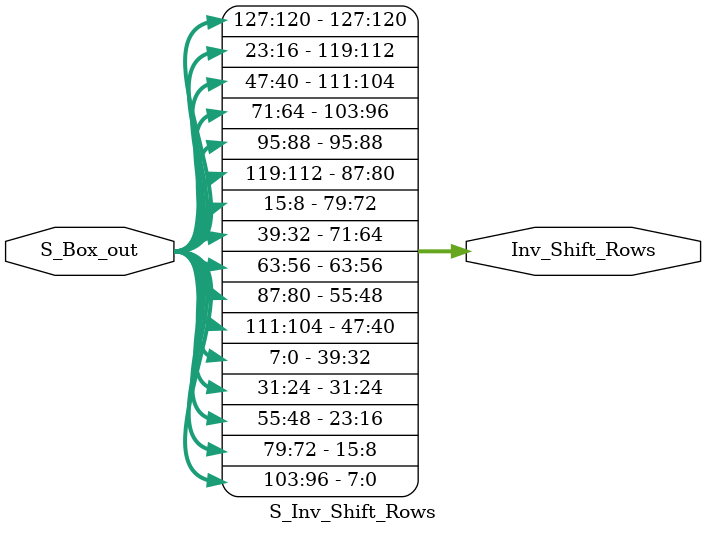
<source format=v>
module S_Inv_Shift_Rows(S_Box_out,Inv_Shift_Rows);
  input [127:0]S_Box_out;
  output [127:0]Inv_Shift_Rows;
  assign Inv_Shift_Rows[127:120] = S_Box_out[127:120];
  assign Inv_Shift_Rows[119:112] = S_Box_out[23:16];
  assign Inv_Shift_Rows[111:104] = S_Box_out[47:40];
  assign Inv_Shift_Rows[103:96]  = S_Box_out[71:64];
  assign Inv_Shift_Rows[95:88]   = S_Box_out[95:88];
  assign Inv_Shift_Rows[87:80]   = S_Box_out[119:112];
  assign Inv_Shift_Rows[79:72]   = S_Box_out[15:8];
  assign Inv_Shift_Rows[71:64]   = S_Box_out[39:32];
  assign Inv_Shift_Rows[63:56]   = S_Box_out[63:56];
  assign Inv_Shift_Rows[55:48]   = S_Box_out[87:80];
  assign Inv_Shift_Rows[47:40]   = S_Box_out[111:104];
  assign Inv_Shift_Rows[39:32]   = S_Box_out[7:0];
  assign Inv_Shift_Rows[31:24]   = S_Box_out[31:24];
  assign Inv_Shift_Rows[23:16]   = S_Box_out[55:48];
  assign Inv_Shift_Rows[15:8]    = S_Box_out[79:72];
  assign Inv_Shift_Rows[7:0]     = S_Box_out[103:96];
endmodule

</source>
